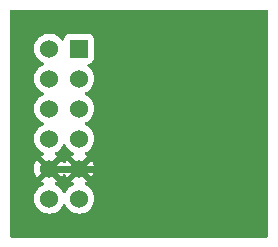
<source format=gbl>
%TF.GenerationSoftware,KiCad,Pcbnew,(6.0.5)*%
%TF.CreationDate,2022-05-30T11:24:42-06:00*%
%TF.ProjectId,PMOD_MEM,504d4f44-5f4d-4454-9d2e-6b696361645f,rev?*%
%TF.SameCoordinates,Original*%
%TF.FileFunction,Copper,L2,Bot*%
%TF.FilePolarity,Positive*%
%FSLAX46Y46*%
G04 Gerber Fmt 4.6, Leading zero omitted, Abs format (unit mm)*
G04 Created by KiCad (PCBNEW (6.0.5)) date 2022-05-30 11:24:42*
%MOMM*%
%LPD*%
G01*
G04 APERTURE LIST*
%TA.AperFunction,ComponentPad*%
%ADD10R,1.524000X1.524000*%
%TD*%
%TA.AperFunction,ComponentPad*%
%ADD11C,1.524000*%
%TD*%
%TA.AperFunction,ViaPad*%
%ADD12C,0.800000*%
%TD*%
%TA.AperFunction,Conductor*%
%ADD13C,0.600000*%
%TD*%
G04 APERTURE END LIST*
D10*
%TO.P,PMOD1,1,IOA0*%
%TO.N,/SDA*%
X102870000Y-100330000D03*
D11*
%TO.P,PMOD1,2,IOA1*%
%TO.N,unconnected-(PMOD1-Pad2)*%
X102870000Y-102870000D03*
%TO.P,PMOD1,3,IOA2*%
%TO.N,/MOSI*%
X102870000Y-105410000D03*
%TO.P,PMOD1,4,IOA3*%
%TO.N,/MISO*%
X102870000Y-107950000D03*
%TO.P,PMOD1,5,GND*%
%TO.N,GND*%
X102870000Y-110490000D03*
%TO.P,PMOD1,6,VCC*%
%TO.N,+3V3*%
X102870000Y-113030000D03*
%TO.P,PMOD1,7,IOB0*%
%TO.N,/SCL*%
X100330000Y-100330000D03*
%TO.P,PMOD1,8,IOB1*%
%TO.N,unconnected-(PMOD1-Pad8)*%
X100330000Y-102870000D03*
%TO.P,PMOD1,9,IOB2*%
%TO.N,/SCLK*%
X100330000Y-105410000D03*
%TO.P,PMOD1,10,IOB3*%
%TO.N,/~{CS}*%
X100330000Y-107950000D03*
%TO.P,PMOD1,11,GND*%
%TO.N,GND*%
X100330000Y-110490000D03*
%TO.P,PMOD1,12,VCC*%
%TO.N,+3V3*%
X100330000Y-113030000D03*
%TD*%
D12*
%TO.N,GND*%
X109220000Y-114300000D03*
X105410000Y-101600000D03*
X114814398Y-100983713D03*
X114404366Y-107954250D03*
%TD*%
D13*
%TO.N,GND*%
X100330000Y-110490000D02*
X102870000Y-110490000D01*
X109836287Y-100983713D02*
X105410000Y-105410000D01*
X102870000Y-110490000D02*
X105410000Y-110490000D01*
X114814398Y-100983713D02*
X109836287Y-100983713D01*
X105410000Y-105410000D02*
X105410000Y-101600000D01*
X110485750Y-107954250D02*
X106680000Y-111760000D01*
X114404366Y-107954250D02*
X110485750Y-107954250D01*
X105410000Y-110490000D02*
X105410000Y-105410000D01*
X105410000Y-110490000D02*
X106680000Y-111760000D01*
X106680000Y-111760000D02*
X109220000Y-114300000D01*
%TD*%
%TA.AperFunction,Conductor*%
%TO.N,GND*%
G36*
X118813621Y-97048502D02*
G01*
X118860114Y-97102158D01*
X118871500Y-97154500D01*
X118871500Y-116205500D01*
X118851498Y-116273621D01*
X118797842Y-116320114D01*
X118745500Y-116331500D01*
X97154500Y-116331500D01*
X97086379Y-116311498D01*
X97039886Y-116257842D01*
X97028500Y-116205500D01*
X97028500Y-113030000D01*
X99054647Y-113030000D01*
X99074022Y-113251463D01*
X99131560Y-113466196D01*
X99133882Y-113471177D01*
X99133883Y-113471178D01*
X99223186Y-113662689D01*
X99223189Y-113662694D01*
X99225512Y-113667676D01*
X99353023Y-113849781D01*
X99510219Y-114006977D01*
X99514727Y-114010134D01*
X99514730Y-114010136D01*
X99590495Y-114063187D01*
X99692323Y-114134488D01*
X99697305Y-114136811D01*
X99697310Y-114136814D01*
X99888822Y-114226117D01*
X99893804Y-114228440D01*
X99899112Y-114229862D01*
X99899114Y-114229863D01*
X99964949Y-114247503D01*
X100108537Y-114285978D01*
X100330000Y-114305353D01*
X100551463Y-114285978D01*
X100695051Y-114247503D01*
X100760886Y-114229863D01*
X100760888Y-114229862D01*
X100766196Y-114228440D01*
X100771178Y-114226117D01*
X100962690Y-114136814D01*
X100962695Y-114136811D01*
X100967677Y-114134488D01*
X101069505Y-114063187D01*
X101145270Y-114010136D01*
X101145273Y-114010134D01*
X101149781Y-114006977D01*
X101306977Y-113849781D01*
X101434488Y-113667676D01*
X101436811Y-113662694D01*
X101436814Y-113662689D01*
X101485805Y-113557627D01*
X101532723Y-113504342D01*
X101601000Y-113484881D01*
X101668960Y-113505423D01*
X101714195Y-113557627D01*
X101763186Y-113662689D01*
X101763189Y-113662694D01*
X101765512Y-113667676D01*
X101893023Y-113849781D01*
X102050219Y-114006977D01*
X102054727Y-114010134D01*
X102054730Y-114010136D01*
X102130495Y-114063187D01*
X102232323Y-114134488D01*
X102237305Y-114136811D01*
X102237310Y-114136814D01*
X102428822Y-114226117D01*
X102433804Y-114228440D01*
X102439112Y-114229862D01*
X102439114Y-114229863D01*
X102504949Y-114247503D01*
X102648537Y-114285978D01*
X102870000Y-114305353D01*
X103091463Y-114285978D01*
X103235051Y-114247503D01*
X103300886Y-114229863D01*
X103300888Y-114229862D01*
X103306196Y-114228440D01*
X103311178Y-114226117D01*
X103502690Y-114136814D01*
X103502695Y-114136811D01*
X103507677Y-114134488D01*
X103609505Y-114063187D01*
X103685270Y-114010136D01*
X103685273Y-114010134D01*
X103689781Y-114006977D01*
X103846977Y-113849781D01*
X103974488Y-113667676D01*
X103976811Y-113662694D01*
X103976814Y-113662689D01*
X104066117Y-113471178D01*
X104066118Y-113471177D01*
X104068440Y-113466196D01*
X104125978Y-113251463D01*
X104145353Y-113030000D01*
X104125978Y-112808537D01*
X104068440Y-112593804D01*
X104025805Y-112502373D01*
X103976814Y-112397311D01*
X103976811Y-112397306D01*
X103974488Y-112392324D01*
X103846977Y-112210219D01*
X103689781Y-112053023D01*
X103685273Y-112049866D01*
X103685270Y-112049864D01*
X103609505Y-111996813D01*
X103507677Y-111925512D01*
X103502695Y-111923189D01*
X103502690Y-111923186D01*
X103397035Y-111873919D01*
X103343750Y-111827002D01*
X103324289Y-111758725D01*
X103344831Y-111690765D01*
X103397035Y-111645529D01*
X103502445Y-111596376D01*
X103511931Y-111590898D01*
X103555764Y-111560207D01*
X103564139Y-111549729D01*
X103557071Y-111536281D01*
X102882812Y-110862022D01*
X102868868Y-110854408D01*
X102867035Y-110854539D01*
X102860420Y-110858790D01*
X102182207Y-111537003D01*
X102175777Y-111548777D01*
X102185074Y-111560793D01*
X102228069Y-111590898D01*
X102237555Y-111596376D01*
X102342965Y-111645529D01*
X102396250Y-111692446D01*
X102415711Y-111760723D01*
X102395169Y-111828683D01*
X102342965Y-111873919D01*
X102237311Y-111923186D01*
X102237306Y-111923189D01*
X102232324Y-111925512D01*
X102227817Y-111928668D01*
X102227815Y-111928669D01*
X102054730Y-112049864D01*
X102054727Y-112049866D01*
X102050219Y-112053023D01*
X101893023Y-112210219D01*
X101765512Y-112392324D01*
X101763189Y-112397306D01*
X101763186Y-112397311D01*
X101714195Y-112502373D01*
X101667277Y-112555658D01*
X101599000Y-112575119D01*
X101531040Y-112554577D01*
X101485805Y-112502373D01*
X101436814Y-112397311D01*
X101436811Y-112397306D01*
X101434488Y-112392324D01*
X101306977Y-112210219D01*
X101149781Y-112053023D01*
X101145273Y-112049866D01*
X101145270Y-112049864D01*
X101069505Y-111996813D01*
X100967677Y-111925512D01*
X100962695Y-111923189D01*
X100962690Y-111923186D01*
X100857035Y-111873919D01*
X100803750Y-111827002D01*
X100784289Y-111758725D01*
X100804831Y-111690765D01*
X100857035Y-111645529D01*
X100962445Y-111596376D01*
X100971931Y-111590898D01*
X101015764Y-111560207D01*
X101024139Y-111549729D01*
X101017071Y-111536281D01*
X100342812Y-110862022D01*
X100328868Y-110854408D01*
X100327035Y-110854539D01*
X100320420Y-110858790D01*
X99642207Y-111537003D01*
X99635777Y-111548777D01*
X99645074Y-111560793D01*
X99688069Y-111590898D01*
X99697555Y-111596376D01*
X99802965Y-111645529D01*
X99856250Y-111692446D01*
X99875711Y-111760723D01*
X99855169Y-111828683D01*
X99802965Y-111873919D01*
X99697311Y-111923186D01*
X99697306Y-111923189D01*
X99692324Y-111925512D01*
X99687817Y-111928668D01*
X99687815Y-111928669D01*
X99514730Y-112049864D01*
X99514727Y-112049866D01*
X99510219Y-112053023D01*
X99353023Y-112210219D01*
X99225512Y-112392324D01*
X99223189Y-112397306D01*
X99223186Y-112397311D01*
X99174195Y-112502373D01*
X99131560Y-112593804D01*
X99074022Y-112808537D01*
X99054647Y-113030000D01*
X97028500Y-113030000D01*
X97028500Y-110495475D01*
X99055628Y-110495475D01*
X99074038Y-110705896D01*
X99075941Y-110716691D01*
X99130609Y-110920715D01*
X99134355Y-110931007D01*
X99223623Y-111122441D01*
X99229103Y-111131932D01*
X99259794Y-111175765D01*
X99270271Y-111184140D01*
X99283718Y-111177072D01*
X99957978Y-110502812D01*
X99964356Y-110491132D01*
X100694408Y-110491132D01*
X100694539Y-110492965D01*
X100698790Y-110499580D01*
X101377003Y-111177793D01*
X101388777Y-111184223D01*
X101400793Y-111174926D01*
X101430897Y-111131932D01*
X101436377Y-111122441D01*
X101485805Y-111016443D01*
X101532722Y-110963158D01*
X101601000Y-110943697D01*
X101668960Y-110964239D01*
X101714195Y-111016443D01*
X101763623Y-111122441D01*
X101769103Y-111131932D01*
X101799794Y-111175765D01*
X101810271Y-111184140D01*
X101823718Y-111177072D01*
X102497978Y-110502812D01*
X102504356Y-110491132D01*
X103234408Y-110491132D01*
X103234539Y-110492965D01*
X103238790Y-110499580D01*
X103917003Y-111177793D01*
X103928777Y-111184223D01*
X103940793Y-111174926D01*
X103970897Y-111131932D01*
X103976377Y-111122441D01*
X104065645Y-110931007D01*
X104069391Y-110920715D01*
X104124059Y-110716691D01*
X104125962Y-110705896D01*
X104144372Y-110495475D01*
X104144372Y-110484525D01*
X104125962Y-110274104D01*
X104124059Y-110263309D01*
X104069391Y-110059285D01*
X104065645Y-110048993D01*
X103976377Y-109857559D01*
X103970897Y-109848068D01*
X103940206Y-109804235D01*
X103929729Y-109795860D01*
X103916282Y-109802928D01*
X103242022Y-110477188D01*
X103234408Y-110491132D01*
X102504356Y-110491132D01*
X102505592Y-110488868D01*
X102505461Y-110487035D01*
X102501210Y-110480420D01*
X101822997Y-109802207D01*
X101811223Y-109795777D01*
X101799207Y-109805074D01*
X101769103Y-109848068D01*
X101763623Y-109857559D01*
X101714195Y-109963557D01*
X101667278Y-110016842D01*
X101599000Y-110036303D01*
X101531040Y-110015761D01*
X101485805Y-109963557D01*
X101436377Y-109857559D01*
X101430897Y-109848068D01*
X101400206Y-109804235D01*
X101389729Y-109795860D01*
X101376282Y-109802928D01*
X100702022Y-110477188D01*
X100694408Y-110491132D01*
X99964356Y-110491132D01*
X99965592Y-110488868D01*
X99965461Y-110487035D01*
X99961210Y-110480420D01*
X99282997Y-109802207D01*
X99271223Y-109795777D01*
X99259207Y-109805074D01*
X99229103Y-109848068D01*
X99223623Y-109857559D01*
X99134355Y-110048993D01*
X99130609Y-110059285D01*
X99075941Y-110263309D01*
X99074038Y-110274104D01*
X99055628Y-110484525D01*
X99055628Y-110495475D01*
X97028500Y-110495475D01*
X97028500Y-107950000D01*
X99054647Y-107950000D01*
X99074022Y-108171463D01*
X99131560Y-108386196D01*
X99133882Y-108391177D01*
X99133883Y-108391178D01*
X99223186Y-108582689D01*
X99223189Y-108582694D01*
X99225512Y-108587676D01*
X99353023Y-108769781D01*
X99510219Y-108926977D01*
X99514727Y-108930134D01*
X99514730Y-108930136D01*
X99590495Y-108983187D01*
X99692323Y-109054488D01*
X99697305Y-109056811D01*
X99697310Y-109056814D01*
X99802965Y-109106081D01*
X99856250Y-109152998D01*
X99875711Y-109221275D01*
X99855169Y-109289235D01*
X99802965Y-109334471D01*
X99697559Y-109383623D01*
X99688068Y-109389103D01*
X99644235Y-109419794D01*
X99635860Y-109430271D01*
X99642928Y-109443718D01*
X100317188Y-110117978D01*
X100331132Y-110125592D01*
X100332965Y-110125461D01*
X100339580Y-110121210D01*
X101017793Y-109442997D01*
X101024223Y-109431223D01*
X101014926Y-109419207D01*
X100971931Y-109389102D01*
X100962445Y-109383624D01*
X100857035Y-109334471D01*
X100803750Y-109287554D01*
X100784289Y-109219277D01*
X100804831Y-109151317D01*
X100857035Y-109106081D01*
X100962690Y-109056814D01*
X100962695Y-109056811D01*
X100967677Y-109054488D01*
X101069505Y-108983187D01*
X101145270Y-108930136D01*
X101145273Y-108930134D01*
X101149781Y-108926977D01*
X101306977Y-108769781D01*
X101434488Y-108587676D01*
X101436811Y-108582694D01*
X101436814Y-108582689D01*
X101485805Y-108477627D01*
X101532723Y-108424342D01*
X101601000Y-108404881D01*
X101668960Y-108425423D01*
X101714195Y-108477627D01*
X101763186Y-108582689D01*
X101763189Y-108582694D01*
X101765512Y-108587676D01*
X101893023Y-108769781D01*
X102050219Y-108926977D01*
X102054727Y-108930134D01*
X102054730Y-108930136D01*
X102130495Y-108983187D01*
X102232323Y-109054488D01*
X102237305Y-109056811D01*
X102237310Y-109056814D01*
X102342965Y-109106081D01*
X102396250Y-109152998D01*
X102415711Y-109221275D01*
X102395169Y-109289235D01*
X102342965Y-109334471D01*
X102237559Y-109383623D01*
X102228068Y-109389103D01*
X102184235Y-109419794D01*
X102175860Y-109430271D01*
X102182928Y-109443718D01*
X102857188Y-110117978D01*
X102871132Y-110125592D01*
X102872965Y-110125461D01*
X102879580Y-110121210D01*
X103557793Y-109442997D01*
X103564223Y-109431223D01*
X103554926Y-109419207D01*
X103511931Y-109389102D01*
X103502445Y-109383624D01*
X103397035Y-109334471D01*
X103343750Y-109287554D01*
X103324289Y-109219277D01*
X103344831Y-109151317D01*
X103397035Y-109106081D01*
X103502690Y-109056814D01*
X103502695Y-109056811D01*
X103507677Y-109054488D01*
X103609505Y-108983187D01*
X103685270Y-108930136D01*
X103685273Y-108930134D01*
X103689781Y-108926977D01*
X103846977Y-108769781D01*
X103974488Y-108587676D01*
X103976811Y-108582694D01*
X103976814Y-108582689D01*
X104066117Y-108391178D01*
X104066118Y-108391177D01*
X104068440Y-108386196D01*
X104125978Y-108171463D01*
X104145353Y-107950000D01*
X104125978Y-107728537D01*
X104068440Y-107513804D01*
X104025805Y-107422373D01*
X103976814Y-107317311D01*
X103976811Y-107317306D01*
X103974488Y-107312324D01*
X103846977Y-107130219D01*
X103689781Y-106973023D01*
X103685273Y-106969866D01*
X103685270Y-106969864D01*
X103609505Y-106916813D01*
X103507677Y-106845512D01*
X103502695Y-106843189D01*
X103502690Y-106843186D01*
X103397627Y-106794195D01*
X103344342Y-106747278D01*
X103324881Y-106679001D01*
X103345423Y-106611041D01*
X103397627Y-106565805D01*
X103502690Y-106516814D01*
X103502695Y-106516811D01*
X103507677Y-106514488D01*
X103609505Y-106443187D01*
X103685270Y-106390136D01*
X103685273Y-106390134D01*
X103689781Y-106386977D01*
X103846977Y-106229781D01*
X103974488Y-106047676D01*
X103976811Y-106042694D01*
X103976814Y-106042689D01*
X104066117Y-105851178D01*
X104066118Y-105851177D01*
X104068440Y-105846196D01*
X104125978Y-105631463D01*
X104145353Y-105410000D01*
X104125978Y-105188537D01*
X104068440Y-104973804D01*
X104025805Y-104882373D01*
X103976814Y-104777311D01*
X103976811Y-104777306D01*
X103974488Y-104772324D01*
X103846977Y-104590219D01*
X103689781Y-104433023D01*
X103685273Y-104429866D01*
X103685270Y-104429864D01*
X103609505Y-104376813D01*
X103507677Y-104305512D01*
X103502695Y-104303189D01*
X103502690Y-104303186D01*
X103397627Y-104254195D01*
X103344342Y-104207278D01*
X103324881Y-104139001D01*
X103345423Y-104071041D01*
X103397627Y-104025805D01*
X103502690Y-103976814D01*
X103502695Y-103976811D01*
X103507677Y-103974488D01*
X103609505Y-103903187D01*
X103685270Y-103850136D01*
X103685273Y-103850134D01*
X103689781Y-103846977D01*
X103846977Y-103689781D01*
X103974488Y-103507676D01*
X103976811Y-103502694D01*
X103976814Y-103502689D01*
X104066117Y-103311178D01*
X104066118Y-103311177D01*
X104068440Y-103306196D01*
X104125978Y-103091463D01*
X104145353Y-102870000D01*
X104125978Y-102648537D01*
X104068440Y-102433804D01*
X104025805Y-102342373D01*
X103976814Y-102237311D01*
X103976811Y-102237306D01*
X103974488Y-102232324D01*
X103846977Y-102050219D01*
X103689781Y-101893023D01*
X103685273Y-101889866D01*
X103685270Y-101889864D01*
X103599365Y-101829713D01*
X103555037Y-101774256D01*
X103547728Y-101703637D01*
X103579759Y-101640276D01*
X103640960Y-101604291D01*
X103671636Y-101600500D01*
X103680134Y-101600500D01*
X103742316Y-101593745D01*
X103878705Y-101542615D01*
X103995261Y-101455261D01*
X104082615Y-101338705D01*
X104133745Y-101202316D01*
X104140500Y-101140134D01*
X104140500Y-99519866D01*
X104133745Y-99457684D01*
X104082615Y-99321295D01*
X103995261Y-99204739D01*
X103878705Y-99117385D01*
X103742316Y-99066255D01*
X103680134Y-99059500D01*
X102059866Y-99059500D01*
X101997684Y-99066255D01*
X101861295Y-99117385D01*
X101744739Y-99204739D01*
X101657385Y-99321295D01*
X101606255Y-99457684D01*
X101599500Y-99519866D01*
X101599500Y-99528364D01*
X101579498Y-99596485D01*
X101525842Y-99642978D01*
X101455568Y-99653082D01*
X101390988Y-99623588D01*
X101370287Y-99600635D01*
X101310136Y-99514730D01*
X101310134Y-99514727D01*
X101306977Y-99510219D01*
X101149781Y-99353023D01*
X101145273Y-99349866D01*
X101145270Y-99349864D01*
X101069505Y-99296813D01*
X100967677Y-99225512D01*
X100962695Y-99223189D01*
X100962690Y-99223186D01*
X100771178Y-99133883D01*
X100771177Y-99133882D01*
X100766196Y-99131560D01*
X100760888Y-99130138D01*
X100760886Y-99130137D01*
X100695051Y-99112497D01*
X100551463Y-99074022D01*
X100330000Y-99054647D01*
X100108537Y-99074022D01*
X99964949Y-99112497D01*
X99899114Y-99130137D01*
X99899112Y-99130138D01*
X99893804Y-99131560D01*
X99888823Y-99133882D01*
X99888822Y-99133883D01*
X99697311Y-99223186D01*
X99697306Y-99223189D01*
X99692324Y-99225512D01*
X99687817Y-99228668D01*
X99687815Y-99228669D01*
X99514730Y-99349864D01*
X99514727Y-99349866D01*
X99510219Y-99353023D01*
X99353023Y-99510219D01*
X99349866Y-99514727D01*
X99349864Y-99514730D01*
X99292619Y-99596485D01*
X99225512Y-99692324D01*
X99223189Y-99697306D01*
X99223186Y-99697311D01*
X99133883Y-99888822D01*
X99131560Y-99893804D01*
X99074022Y-100108537D01*
X99054647Y-100330000D01*
X99074022Y-100551463D01*
X99131560Y-100766196D01*
X99133882Y-100771177D01*
X99133883Y-100771178D01*
X99223186Y-100962689D01*
X99223189Y-100962694D01*
X99225512Y-100967676D01*
X99228668Y-100972183D01*
X99228669Y-100972185D01*
X99348647Y-101143531D01*
X99353023Y-101149781D01*
X99510219Y-101306977D01*
X99514727Y-101310134D01*
X99514730Y-101310136D01*
X99543523Y-101330297D01*
X99692323Y-101434488D01*
X99697305Y-101436811D01*
X99697310Y-101436814D01*
X99802373Y-101485805D01*
X99855658Y-101532722D01*
X99875119Y-101600999D01*
X99854577Y-101668959D01*
X99802373Y-101714195D01*
X99697311Y-101763186D01*
X99697306Y-101763189D01*
X99692324Y-101765512D01*
X99687817Y-101768668D01*
X99687815Y-101768669D01*
X99514730Y-101889864D01*
X99514727Y-101889866D01*
X99510219Y-101893023D01*
X99353023Y-102050219D01*
X99225512Y-102232324D01*
X99223189Y-102237306D01*
X99223186Y-102237311D01*
X99174195Y-102342373D01*
X99131560Y-102433804D01*
X99074022Y-102648537D01*
X99054647Y-102870000D01*
X99074022Y-103091463D01*
X99131560Y-103306196D01*
X99133882Y-103311177D01*
X99133883Y-103311178D01*
X99223186Y-103502689D01*
X99223189Y-103502694D01*
X99225512Y-103507676D01*
X99353023Y-103689781D01*
X99510219Y-103846977D01*
X99514727Y-103850134D01*
X99514730Y-103850136D01*
X99590495Y-103903187D01*
X99692323Y-103974488D01*
X99697305Y-103976811D01*
X99697310Y-103976814D01*
X99802373Y-104025805D01*
X99855658Y-104072722D01*
X99875119Y-104140999D01*
X99854577Y-104208959D01*
X99802373Y-104254195D01*
X99697311Y-104303186D01*
X99697306Y-104303189D01*
X99692324Y-104305512D01*
X99687817Y-104308668D01*
X99687815Y-104308669D01*
X99514730Y-104429864D01*
X99514727Y-104429866D01*
X99510219Y-104433023D01*
X99353023Y-104590219D01*
X99225512Y-104772324D01*
X99223189Y-104777306D01*
X99223186Y-104777311D01*
X99174195Y-104882373D01*
X99131560Y-104973804D01*
X99074022Y-105188537D01*
X99054647Y-105410000D01*
X99074022Y-105631463D01*
X99131560Y-105846196D01*
X99133882Y-105851177D01*
X99133883Y-105851178D01*
X99223186Y-106042689D01*
X99223189Y-106042694D01*
X99225512Y-106047676D01*
X99353023Y-106229781D01*
X99510219Y-106386977D01*
X99514727Y-106390134D01*
X99514730Y-106390136D01*
X99590495Y-106443187D01*
X99692323Y-106514488D01*
X99697305Y-106516811D01*
X99697310Y-106516814D01*
X99802373Y-106565805D01*
X99855658Y-106612722D01*
X99875119Y-106680999D01*
X99854577Y-106748959D01*
X99802373Y-106794195D01*
X99697311Y-106843186D01*
X99697306Y-106843189D01*
X99692324Y-106845512D01*
X99687817Y-106848668D01*
X99687815Y-106848669D01*
X99514730Y-106969864D01*
X99514727Y-106969866D01*
X99510219Y-106973023D01*
X99353023Y-107130219D01*
X99225512Y-107312324D01*
X99223189Y-107317306D01*
X99223186Y-107317311D01*
X99174195Y-107422373D01*
X99131560Y-107513804D01*
X99074022Y-107728537D01*
X99054647Y-107950000D01*
X97028500Y-107950000D01*
X97028500Y-97154500D01*
X97048502Y-97086379D01*
X97102158Y-97039886D01*
X97154500Y-97028500D01*
X118745500Y-97028500D01*
X118813621Y-97048502D01*
G37*
%TD.AperFunction*%
%TD*%
M02*

</source>
